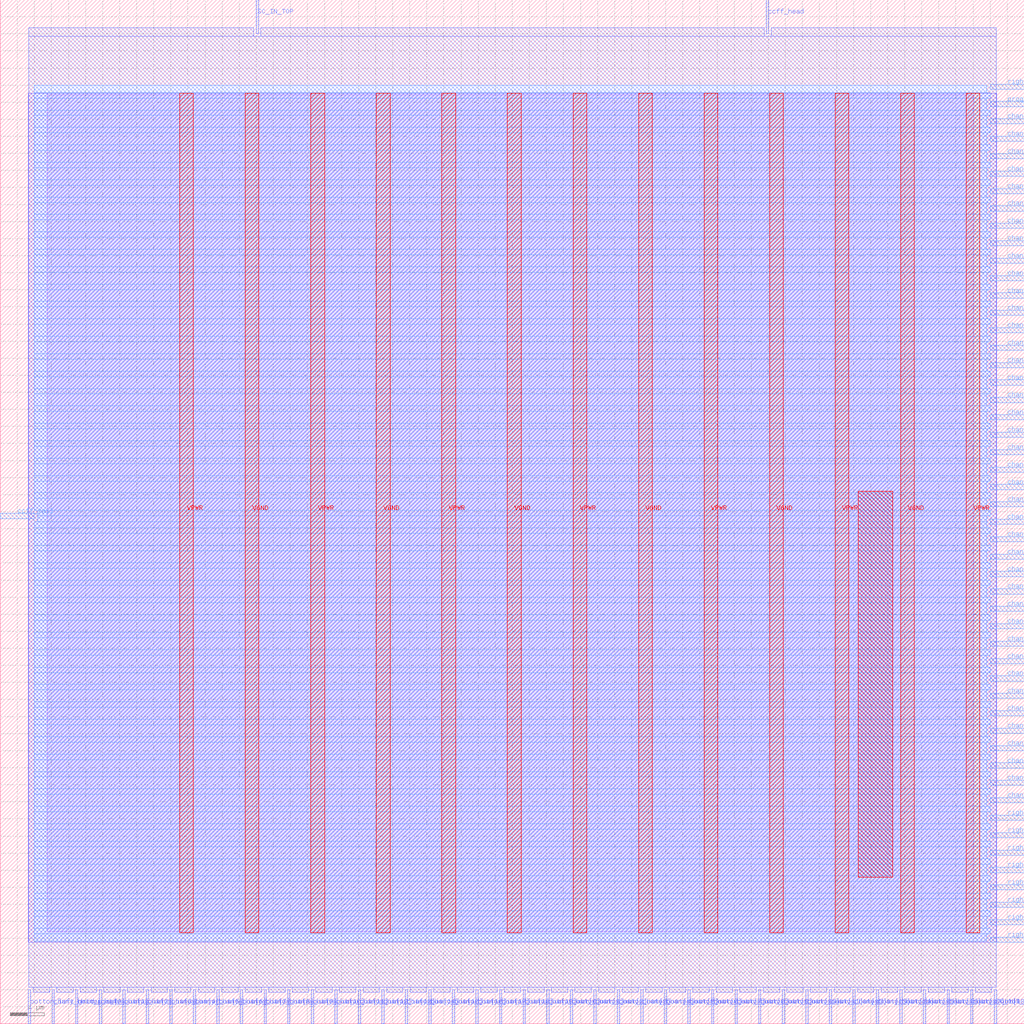
<source format=lef>
VERSION 5.7 ;
  NOWIREEXTENSIONATPIN ON ;
  DIVIDERCHAR "/" ;
  BUSBITCHARS "[]" ;
MACRO sb_0__2_
  CLASS BLOCK ;
  FOREIGN sb_0__2_ ;
  ORIGIN 0.000 0.000 ;
  SIZE 120.000 BY 120.000 ;
  PIN SC_IN_TOP
    DIRECTION INPUT ;
    USE SIGNAL ;
    PORT
      LAYER met2 ;
        RECT 29.990 116.000 30.270 120.000 ;
    END
  END SC_IN_TOP
  PIN SC_OUT_BOT
    DIRECTION OUTPUT TRISTATE ;
    USE SIGNAL ;
    PORT
      LAYER met2 ;
        RECT 116.470 0.000 116.750 4.000 ;
    END
  END SC_OUT_BOT
  PIN VGND
    DIRECTION INOUT ;
    USE GROUND ;
    PORT
      LAYER met4 ;
        RECT 28.720 10.640 30.320 109.040 ;
    END
    PORT
      LAYER met4 ;
        RECT 44.080 10.640 45.680 109.040 ;
    END
    PORT
      LAYER met4 ;
        RECT 59.440 10.640 61.040 109.040 ;
    END
    PORT
      LAYER met4 ;
        RECT 74.800 10.640 76.400 109.040 ;
    END
    PORT
      LAYER met4 ;
        RECT 90.160 10.640 91.760 109.040 ;
    END
    PORT
      LAYER met4 ;
        RECT 105.520 10.640 107.120 109.040 ;
    END
  END VGND
  PIN VPWR
    DIRECTION INOUT ;
    USE POWER ;
    PORT
      LAYER met4 ;
        RECT 21.040 10.640 22.640 109.040 ;
    END
    PORT
      LAYER met4 ;
        RECT 36.400 10.640 38.000 109.040 ;
    END
    PORT
      LAYER met4 ;
        RECT 51.760 10.640 53.360 109.040 ;
    END
    PORT
      LAYER met4 ;
        RECT 67.120 10.640 68.720 109.040 ;
    END
    PORT
      LAYER met4 ;
        RECT 82.480 10.640 84.080 109.040 ;
    END
    PORT
      LAYER met4 ;
        RECT 97.840 10.640 99.440 109.040 ;
    END
    PORT
      LAYER met4 ;
        RECT 113.200 10.640 114.800 109.040 ;
    END
  END VPWR
  PIN bottom_left_grid_pin_1_
    DIRECTION INPUT ;
    USE SIGNAL ;
    PORT
      LAYER met2 ;
        RECT 3.310 0.000 3.590 4.000 ;
    END
  END bottom_left_grid_pin_1_
  PIN ccff_head
    DIRECTION INPUT ;
    USE SIGNAL ;
    PORT
      LAYER met2 ;
        RECT 89.790 116.000 90.070 120.000 ;
    END
  END ccff_head
  PIN ccff_tail
    DIRECTION OUTPUT TRISTATE ;
    USE SIGNAL ;
    PORT
      LAYER met3 ;
        RECT 0.000 59.200 4.000 59.800 ;
    END
  END ccff_tail
  PIN chanx_right_in[0]
    DIRECTION INPUT ;
    USE SIGNAL ;
    PORT
      LAYER met3 ;
        RECT 116.000 25.880 120.000 26.480 ;
    END
  END chanx_right_in[0]
  PIN chanx_right_in[10]
    DIRECTION INPUT ;
    USE SIGNAL ;
    PORT
      LAYER met3 ;
        RECT 116.000 46.280 120.000 46.880 ;
    END
  END chanx_right_in[10]
  PIN chanx_right_in[11]
    DIRECTION INPUT ;
    USE SIGNAL ;
    PORT
      LAYER met3 ;
        RECT 116.000 48.320 120.000 48.920 ;
    END
  END chanx_right_in[11]
  PIN chanx_right_in[12]
    DIRECTION INPUT ;
    USE SIGNAL ;
    PORT
      LAYER met3 ;
        RECT 116.000 50.360 120.000 50.960 ;
    END
  END chanx_right_in[12]
  PIN chanx_right_in[13]
    DIRECTION INPUT ;
    USE SIGNAL ;
    PORT
      LAYER met3 ;
        RECT 116.000 52.400 120.000 53.000 ;
    END
  END chanx_right_in[13]
  PIN chanx_right_in[14]
    DIRECTION INPUT ;
    USE SIGNAL ;
    PORT
      LAYER met3 ;
        RECT 116.000 54.440 120.000 55.040 ;
    END
  END chanx_right_in[14]
  PIN chanx_right_in[15]
    DIRECTION INPUT ;
    USE SIGNAL ;
    PORT
      LAYER met3 ;
        RECT 116.000 56.480 120.000 57.080 ;
    END
  END chanx_right_in[15]
  PIN chanx_right_in[16]
    DIRECTION INPUT ;
    USE SIGNAL ;
    PORT
      LAYER met3 ;
        RECT 116.000 58.520 120.000 59.120 ;
    END
  END chanx_right_in[16]
  PIN chanx_right_in[17]
    DIRECTION INPUT ;
    USE SIGNAL ;
    PORT
      LAYER met3 ;
        RECT 116.000 60.560 120.000 61.160 ;
    END
  END chanx_right_in[17]
  PIN chanx_right_in[18]
    DIRECTION INPUT ;
    USE SIGNAL ;
    PORT
      LAYER met3 ;
        RECT 116.000 62.600 120.000 63.200 ;
    END
  END chanx_right_in[18]
  PIN chanx_right_in[19]
    DIRECTION INPUT ;
    USE SIGNAL ;
    PORT
      LAYER met3 ;
        RECT 116.000 64.640 120.000 65.240 ;
    END
  END chanx_right_in[19]
  PIN chanx_right_in[1]
    DIRECTION INPUT ;
    USE SIGNAL ;
    PORT
      LAYER met3 ;
        RECT 116.000 27.920 120.000 28.520 ;
    END
  END chanx_right_in[1]
  PIN chanx_right_in[2]
    DIRECTION INPUT ;
    USE SIGNAL ;
    PORT
      LAYER met3 ;
        RECT 116.000 29.960 120.000 30.560 ;
    END
  END chanx_right_in[2]
  PIN chanx_right_in[3]
    DIRECTION INPUT ;
    USE SIGNAL ;
    PORT
      LAYER met3 ;
        RECT 116.000 32.000 120.000 32.600 ;
    END
  END chanx_right_in[3]
  PIN chanx_right_in[4]
    DIRECTION INPUT ;
    USE SIGNAL ;
    PORT
      LAYER met3 ;
        RECT 116.000 34.040 120.000 34.640 ;
    END
  END chanx_right_in[4]
  PIN chanx_right_in[5]
    DIRECTION INPUT ;
    USE SIGNAL ;
    PORT
      LAYER met3 ;
        RECT 116.000 36.080 120.000 36.680 ;
    END
  END chanx_right_in[5]
  PIN chanx_right_in[6]
    DIRECTION INPUT ;
    USE SIGNAL ;
    PORT
      LAYER met3 ;
        RECT 116.000 38.120 120.000 38.720 ;
    END
  END chanx_right_in[6]
  PIN chanx_right_in[7]
    DIRECTION INPUT ;
    USE SIGNAL ;
    PORT
      LAYER met3 ;
        RECT 116.000 40.160 120.000 40.760 ;
    END
  END chanx_right_in[7]
  PIN chanx_right_in[8]
    DIRECTION INPUT ;
    USE SIGNAL ;
    PORT
      LAYER met3 ;
        RECT 116.000 42.200 120.000 42.800 ;
    END
  END chanx_right_in[8]
  PIN chanx_right_in[9]
    DIRECTION INPUT ;
    USE SIGNAL ;
    PORT
      LAYER met3 ;
        RECT 116.000 44.240 120.000 44.840 ;
    END
  END chanx_right_in[9]
  PIN chanx_right_out[0]
    DIRECTION OUTPUT TRISTATE ;
    USE SIGNAL ;
    PORT
      LAYER met3 ;
        RECT 116.000 66.680 120.000 67.280 ;
    END
  END chanx_right_out[0]
  PIN chanx_right_out[10]
    DIRECTION OUTPUT TRISTATE ;
    USE SIGNAL ;
    PORT
      LAYER met3 ;
        RECT 116.000 87.080 120.000 87.680 ;
    END
  END chanx_right_out[10]
  PIN chanx_right_out[11]
    DIRECTION OUTPUT TRISTATE ;
    USE SIGNAL ;
    PORT
      LAYER met3 ;
        RECT 116.000 89.120 120.000 89.720 ;
    END
  END chanx_right_out[11]
  PIN chanx_right_out[12]
    DIRECTION OUTPUT TRISTATE ;
    USE SIGNAL ;
    PORT
      LAYER met3 ;
        RECT 116.000 91.160 120.000 91.760 ;
    END
  END chanx_right_out[12]
  PIN chanx_right_out[13]
    DIRECTION OUTPUT TRISTATE ;
    USE SIGNAL ;
    PORT
      LAYER met3 ;
        RECT 116.000 93.200 120.000 93.800 ;
    END
  END chanx_right_out[13]
  PIN chanx_right_out[14]
    DIRECTION OUTPUT TRISTATE ;
    USE SIGNAL ;
    PORT
      LAYER met3 ;
        RECT 116.000 95.240 120.000 95.840 ;
    END
  END chanx_right_out[14]
  PIN chanx_right_out[15]
    DIRECTION OUTPUT TRISTATE ;
    USE SIGNAL ;
    PORT
      LAYER met3 ;
        RECT 116.000 97.280 120.000 97.880 ;
    END
  END chanx_right_out[15]
  PIN chanx_right_out[16]
    DIRECTION OUTPUT TRISTATE ;
    USE SIGNAL ;
    PORT
      LAYER met3 ;
        RECT 116.000 99.320 120.000 99.920 ;
    END
  END chanx_right_out[16]
  PIN chanx_right_out[17]
    DIRECTION OUTPUT TRISTATE ;
    USE SIGNAL ;
    PORT
      LAYER met3 ;
        RECT 116.000 101.360 120.000 101.960 ;
    END
  END chanx_right_out[17]
  PIN chanx_right_out[18]
    DIRECTION OUTPUT TRISTATE ;
    USE SIGNAL ;
    PORT
      LAYER met3 ;
        RECT 116.000 103.400 120.000 104.000 ;
    END
  END chanx_right_out[18]
  PIN chanx_right_out[19]
    DIRECTION OUTPUT TRISTATE ;
    USE SIGNAL ;
    PORT
      LAYER met3 ;
        RECT 116.000 105.440 120.000 106.040 ;
    END
  END chanx_right_out[19]
  PIN chanx_right_out[1]
    DIRECTION OUTPUT TRISTATE ;
    USE SIGNAL ;
    PORT
      LAYER met3 ;
        RECT 116.000 68.720 120.000 69.320 ;
    END
  END chanx_right_out[1]
  PIN chanx_right_out[2]
    DIRECTION OUTPUT TRISTATE ;
    USE SIGNAL ;
    PORT
      LAYER met3 ;
        RECT 116.000 70.760 120.000 71.360 ;
    END
  END chanx_right_out[2]
  PIN chanx_right_out[3]
    DIRECTION OUTPUT TRISTATE ;
    USE SIGNAL ;
    PORT
      LAYER met3 ;
        RECT 116.000 72.800 120.000 73.400 ;
    END
  END chanx_right_out[3]
  PIN chanx_right_out[4]
    DIRECTION OUTPUT TRISTATE ;
    USE SIGNAL ;
    PORT
      LAYER met3 ;
        RECT 116.000 74.840 120.000 75.440 ;
    END
  END chanx_right_out[4]
  PIN chanx_right_out[5]
    DIRECTION OUTPUT TRISTATE ;
    USE SIGNAL ;
    PORT
      LAYER met3 ;
        RECT 116.000 76.880 120.000 77.480 ;
    END
  END chanx_right_out[5]
  PIN chanx_right_out[6]
    DIRECTION OUTPUT TRISTATE ;
    USE SIGNAL ;
    PORT
      LAYER met3 ;
        RECT 116.000 78.920 120.000 79.520 ;
    END
  END chanx_right_out[6]
  PIN chanx_right_out[7]
    DIRECTION OUTPUT TRISTATE ;
    USE SIGNAL ;
    PORT
      LAYER met3 ;
        RECT 116.000 80.960 120.000 81.560 ;
    END
  END chanx_right_out[7]
  PIN chanx_right_out[8]
    DIRECTION OUTPUT TRISTATE ;
    USE SIGNAL ;
    PORT
      LAYER met3 ;
        RECT 116.000 83.000 120.000 83.600 ;
    END
  END chanx_right_out[8]
  PIN chanx_right_out[9]
    DIRECTION OUTPUT TRISTATE ;
    USE SIGNAL ;
    PORT
      LAYER met3 ;
        RECT 116.000 85.040 120.000 85.640 ;
    END
  END chanx_right_out[9]
  PIN chany_bottom_in[0]
    DIRECTION INPUT ;
    USE SIGNAL ;
    PORT
      LAYER met2 ;
        RECT 6.070 0.000 6.350 4.000 ;
    END
  END chany_bottom_in[0]
  PIN chany_bottom_in[10]
    DIRECTION INPUT ;
    USE SIGNAL ;
    PORT
      LAYER met2 ;
        RECT 33.670 0.000 33.950 4.000 ;
    END
  END chany_bottom_in[10]
  PIN chany_bottom_in[11]
    DIRECTION INPUT ;
    USE SIGNAL ;
    PORT
      LAYER met2 ;
        RECT 36.430 0.000 36.710 4.000 ;
    END
  END chany_bottom_in[11]
  PIN chany_bottom_in[12]
    DIRECTION INPUT ;
    USE SIGNAL ;
    PORT
      LAYER met2 ;
        RECT 39.190 0.000 39.470 4.000 ;
    END
  END chany_bottom_in[12]
  PIN chany_bottom_in[13]
    DIRECTION INPUT ;
    USE SIGNAL ;
    PORT
      LAYER met2 ;
        RECT 41.950 0.000 42.230 4.000 ;
    END
  END chany_bottom_in[13]
  PIN chany_bottom_in[14]
    DIRECTION INPUT ;
    USE SIGNAL ;
    PORT
      LAYER met2 ;
        RECT 44.710 0.000 44.990 4.000 ;
    END
  END chany_bottom_in[14]
  PIN chany_bottom_in[15]
    DIRECTION INPUT ;
    USE SIGNAL ;
    PORT
      LAYER met2 ;
        RECT 47.470 0.000 47.750 4.000 ;
    END
  END chany_bottom_in[15]
  PIN chany_bottom_in[16]
    DIRECTION INPUT ;
    USE SIGNAL ;
    PORT
      LAYER met2 ;
        RECT 50.230 0.000 50.510 4.000 ;
    END
  END chany_bottom_in[16]
  PIN chany_bottom_in[17]
    DIRECTION INPUT ;
    USE SIGNAL ;
    PORT
      LAYER met2 ;
        RECT 52.990 0.000 53.270 4.000 ;
    END
  END chany_bottom_in[17]
  PIN chany_bottom_in[18]
    DIRECTION INPUT ;
    USE SIGNAL ;
    PORT
      LAYER met2 ;
        RECT 55.750 0.000 56.030 4.000 ;
    END
  END chany_bottom_in[18]
  PIN chany_bottom_in[19]
    DIRECTION INPUT ;
    USE SIGNAL ;
    PORT
      LAYER met2 ;
        RECT 58.510 0.000 58.790 4.000 ;
    END
  END chany_bottom_in[19]
  PIN chany_bottom_in[1]
    DIRECTION INPUT ;
    USE SIGNAL ;
    PORT
      LAYER met2 ;
        RECT 8.830 0.000 9.110 4.000 ;
    END
  END chany_bottom_in[1]
  PIN chany_bottom_in[2]
    DIRECTION INPUT ;
    USE SIGNAL ;
    PORT
      LAYER met2 ;
        RECT 11.590 0.000 11.870 4.000 ;
    END
  END chany_bottom_in[2]
  PIN chany_bottom_in[3]
    DIRECTION INPUT ;
    USE SIGNAL ;
    PORT
      LAYER met2 ;
        RECT 14.350 0.000 14.630 4.000 ;
    END
  END chany_bottom_in[3]
  PIN chany_bottom_in[4]
    DIRECTION INPUT ;
    USE SIGNAL ;
    PORT
      LAYER met2 ;
        RECT 17.110 0.000 17.390 4.000 ;
    END
  END chany_bottom_in[4]
  PIN chany_bottom_in[5]
    DIRECTION INPUT ;
    USE SIGNAL ;
    PORT
      LAYER met2 ;
        RECT 19.870 0.000 20.150 4.000 ;
    END
  END chany_bottom_in[5]
  PIN chany_bottom_in[6]
    DIRECTION INPUT ;
    USE SIGNAL ;
    PORT
      LAYER met2 ;
        RECT 22.630 0.000 22.910 4.000 ;
    END
  END chany_bottom_in[6]
  PIN chany_bottom_in[7]
    DIRECTION INPUT ;
    USE SIGNAL ;
    PORT
      LAYER met2 ;
        RECT 25.390 0.000 25.670 4.000 ;
    END
  END chany_bottom_in[7]
  PIN chany_bottom_in[8]
    DIRECTION INPUT ;
    USE SIGNAL ;
    PORT
      LAYER met2 ;
        RECT 28.150 0.000 28.430 4.000 ;
    END
  END chany_bottom_in[8]
  PIN chany_bottom_in[9]
    DIRECTION INPUT ;
    USE SIGNAL ;
    PORT
      LAYER met2 ;
        RECT 30.910 0.000 31.190 4.000 ;
    END
  END chany_bottom_in[9]
  PIN chany_bottom_out[0]
    DIRECTION OUTPUT TRISTATE ;
    USE SIGNAL ;
    PORT
      LAYER met2 ;
        RECT 61.270 0.000 61.550 4.000 ;
    END
  END chany_bottom_out[0]
  PIN chany_bottom_out[10]
    DIRECTION OUTPUT TRISTATE ;
    USE SIGNAL ;
    PORT
      LAYER met2 ;
        RECT 88.870 0.000 89.150 4.000 ;
    END
  END chany_bottom_out[10]
  PIN chany_bottom_out[11]
    DIRECTION OUTPUT TRISTATE ;
    USE SIGNAL ;
    PORT
      LAYER met2 ;
        RECT 91.630 0.000 91.910 4.000 ;
    END
  END chany_bottom_out[11]
  PIN chany_bottom_out[12]
    DIRECTION OUTPUT TRISTATE ;
    USE SIGNAL ;
    PORT
      LAYER met2 ;
        RECT 94.390 0.000 94.670 4.000 ;
    END
  END chany_bottom_out[12]
  PIN chany_bottom_out[13]
    DIRECTION OUTPUT TRISTATE ;
    USE SIGNAL ;
    PORT
      LAYER met2 ;
        RECT 97.150 0.000 97.430 4.000 ;
    END
  END chany_bottom_out[13]
  PIN chany_bottom_out[14]
    DIRECTION OUTPUT TRISTATE ;
    USE SIGNAL ;
    PORT
      LAYER met2 ;
        RECT 99.910 0.000 100.190 4.000 ;
    END
  END chany_bottom_out[14]
  PIN chany_bottom_out[15]
    DIRECTION OUTPUT TRISTATE ;
    USE SIGNAL ;
    PORT
      LAYER met2 ;
        RECT 102.670 0.000 102.950 4.000 ;
    END
  END chany_bottom_out[15]
  PIN chany_bottom_out[16]
    DIRECTION OUTPUT TRISTATE ;
    USE SIGNAL ;
    PORT
      LAYER met2 ;
        RECT 105.430 0.000 105.710 4.000 ;
    END
  END chany_bottom_out[16]
  PIN chany_bottom_out[17]
    DIRECTION OUTPUT TRISTATE ;
    USE SIGNAL ;
    PORT
      LAYER met2 ;
        RECT 108.190 0.000 108.470 4.000 ;
    END
  END chany_bottom_out[17]
  PIN chany_bottom_out[18]
    DIRECTION OUTPUT TRISTATE ;
    USE SIGNAL ;
    PORT
      LAYER met2 ;
        RECT 110.950 0.000 111.230 4.000 ;
    END
  END chany_bottom_out[18]
  PIN chany_bottom_out[19]
    DIRECTION OUTPUT TRISTATE ;
    USE SIGNAL ;
    PORT
      LAYER met2 ;
        RECT 113.710 0.000 113.990 4.000 ;
    END
  END chany_bottom_out[19]
  PIN chany_bottom_out[1]
    DIRECTION OUTPUT TRISTATE ;
    USE SIGNAL ;
    PORT
      LAYER met2 ;
        RECT 64.030 0.000 64.310 4.000 ;
    END
  END chany_bottom_out[1]
  PIN chany_bottom_out[2]
    DIRECTION OUTPUT TRISTATE ;
    USE SIGNAL ;
    PORT
      LAYER met2 ;
        RECT 66.790 0.000 67.070 4.000 ;
    END
  END chany_bottom_out[2]
  PIN chany_bottom_out[3]
    DIRECTION OUTPUT TRISTATE ;
    USE SIGNAL ;
    PORT
      LAYER met2 ;
        RECT 69.550 0.000 69.830 4.000 ;
    END
  END chany_bottom_out[3]
  PIN chany_bottom_out[4]
    DIRECTION OUTPUT TRISTATE ;
    USE SIGNAL ;
    PORT
      LAYER met2 ;
        RECT 72.310 0.000 72.590 4.000 ;
    END
  END chany_bottom_out[4]
  PIN chany_bottom_out[5]
    DIRECTION OUTPUT TRISTATE ;
    USE SIGNAL ;
    PORT
      LAYER met2 ;
        RECT 75.070 0.000 75.350 4.000 ;
    END
  END chany_bottom_out[5]
  PIN chany_bottom_out[6]
    DIRECTION OUTPUT TRISTATE ;
    USE SIGNAL ;
    PORT
      LAYER met2 ;
        RECT 77.830 0.000 78.110 4.000 ;
    END
  END chany_bottom_out[6]
  PIN chany_bottom_out[7]
    DIRECTION OUTPUT TRISTATE ;
    USE SIGNAL ;
    PORT
      LAYER met2 ;
        RECT 80.590 0.000 80.870 4.000 ;
    END
  END chany_bottom_out[7]
  PIN chany_bottom_out[8]
    DIRECTION OUTPUT TRISTATE ;
    USE SIGNAL ;
    PORT
      LAYER met2 ;
        RECT 83.350 0.000 83.630 4.000 ;
    END
  END chany_bottom_out[8]
  PIN chany_bottom_out[9]
    DIRECTION OUTPUT TRISTATE ;
    USE SIGNAL ;
    PORT
      LAYER met2 ;
        RECT 86.110 0.000 86.390 4.000 ;
    END
  END chany_bottom_out[9]
  PIN prog_clk_0_E_in
    DIRECTION INPUT ;
    USE SIGNAL ;
    PORT
      LAYER met3 ;
        RECT 116.000 107.480 120.000 108.080 ;
    END
  END prog_clk_0_E_in
  PIN right_bottom_grid_pin_34_
    DIRECTION INPUT ;
    USE SIGNAL ;
    PORT
      LAYER met3 ;
        RECT 116.000 9.560 120.000 10.160 ;
    END
  END right_bottom_grid_pin_34_
  PIN right_bottom_grid_pin_35_
    DIRECTION INPUT ;
    USE SIGNAL ;
    PORT
      LAYER met3 ;
        RECT 116.000 11.600 120.000 12.200 ;
    END
  END right_bottom_grid_pin_35_
  PIN right_bottom_grid_pin_36_
    DIRECTION INPUT ;
    USE SIGNAL ;
    PORT
      LAYER met3 ;
        RECT 116.000 13.640 120.000 14.240 ;
    END
  END right_bottom_grid_pin_36_
  PIN right_bottom_grid_pin_37_
    DIRECTION INPUT ;
    USE SIGNAL ;
    PORT
      LAYER met3 ;
        RECT 116.000 15.680 120.000 16.280 ;
    END
  END right_bottom_grid_pin_37_
  PIN right_bottom_grid_pin_38_
    DIRECTION INPUT ;
    USE SIGNAL ;
    PORT
      LAYER met3 ;
        RECT 116.000 17.720 120.000 18.320 ;
    END
  END right_bottom_grid_pin_38_
  PIN right_bottom_grid_pin_39_
    DIRECTION INPUT ;
    USE SIGNAL ;
    PORT
      LAYER met3 ;
        RECT 116.000 19.760 120.000 20.360 ;
    END
  END right_bottom_grid_pin_39_
  PIN right_bottom_grid_pin_40_
    DIRECTION INPUT ;
    USE SIGNAL ;
    PORT
      LAYER met3 ;
        RECT 116.000 21.800 120.000 22.400 ;
    END
  END right_bottom_grid_pin_40_
  PIN right_bottom_grid_pin_41_
    DIRECTION INPUT ;
    USE SIGNAL ;
    PORT
      LAYER met3 ;
        RECT 116.000 23.840 120.000 24.440 ;
    END
  END right_bottom_grid_pin_41_
  PIN right_top_grid_pin_1_
    DIRECTION INPUT ;
    USE SIGNAL ;
    PORT
      LAYER met3 ;
        RECT 116.000 109.520 120.000 110.120 ;
    END
  END right_top_grid_pin_1_
  OBS
      LAYER li1 ;
        RECT 5.520 10.795 114.080 108.885 ;
      LAYER met1 ;
        RECT 3.290 9.560 116.770 109.040 ;
      LAYER met2 ;
        RECT 3.320 115.720 29.710 116.690 ;
        RECT 30.550 115.720 89.510 116.690 ;
        RECT 90.350 115.720 116.740 116.690 ;
        RECT 3.320 4.280 116.740 115.720 ;
        RECT 3.870 3.670 5.790 4.280 ;
        RECT 6.630 3.670 8.550 4.280 ;
        RECT 9.390 3.670 11.310 4.280 ;
        RECT 12.150 3.670 14.070 4.280 ;
        RECT 14.910 3.670 16.830 4.280 ;
        RECT 17.670 3.670 19.590 4.280 ;
        RECT 20.430 3.670 22.350 4.280 ;
        RECT 23.190 3.670 25.110 4.280 ;
        RECT 25.950 3.670 27.870 4.280 ;
        RECT 28.710 3.670 30.630 4.280 ;
        RECT 31.470 3.670 33.390 4.280 ;
        RECT 34.230 3.670 36.150 4.280 ;
        RECT 36.990 3.670 38.910 4.280 ;
        RECT 39.750 3.670 41.670 4.280 ;
        RECT 42.510 3.670 44.430 4.280 ;
        RECT 45.270 3.670 47.190 4.280 ;
        RECT 48.030 3.670 49.950 4.280 ;
        RECT 50.790 3.670 52.710 4.280 ;
        RECT 53.550 3.670 55.470 4.280 ;
        RECT 56.310 3.670 58.230 4.280 ;
        RECT 59.070 3.670 60.990 4.280 ;
        RECT 61.830 3.670 63.750 4.280 ;
        RECT 64.590 3.670 66.510 4.280 ;
        RECT 67.350 3.670 69.270 4.280 ;
        RECT 70.110 3.670 72.030 4.280 ;
        RECT 72.870 3.670 74.790 4.280 ;
        RECT 75.630 3.670 77.550 4.280 ;
        RECT 78.390 3.670 80.310 4.280 ;
        RECT 81.150 3.670 83.070 4.280 ;
        RECT 83.910 3.670 85.830 4.280 ;
        RECT 86.670 3.670 88.590 4.280 ;
        RECT 89.430 3.670 91.350 4.280 ;
        RECT 92.190 3.670 94.110 4.280 ;
        RECT 94.950 3.670 96.870 4.280 ;
        RECT 97.710 3.670 99.630 4.280 ;
        RECT 100.470 3.670 102.390 4.280 ;
        RECT 103.230 3.670 105.150 4.280 ;
        RECT 105.990 3.670 107.910 4.280 ;
        RECT 108.750 3.670 110.670 4.280 ;
        RECT 111.510 3.670 113.430 4.280 ;
        RECT 114.270 3.670 116.190 4.280 ;
      LAYER met3 ;
        RECT 4.000 109.120 115.600 109.985 ;
        RECT 4.000 108.480 116.000 109.120 ;
        RECT 4.000 107.080 115.600 108.480 ;
        RECT 4.000 106.440 116.000 107.080 ;
        RECT 4.000 105.040 115.600 106.440 ;
        RECT 4.000 104.400 116.000 105.040 ;
        RECT 4.000 103.000 115.600 104.400 ;
        RECT 4.000 102.360 116.000 103.000 ;
        RECT 4.000 100.960 115.600 102.360 ;
        RECT 4.000 100.320 116.000 100.960 ;
        RECT 4.000 98.920 115.600 100.320 ;
        RECT 4.000 98.280 116.000 98.920 ;
        RECT 4.000 96.880 115.600 98.280 ;
        RECT 4.000 96.240 116.000 96.880 ;
        RECT 4.000 94.840 115.600 96.240 ;
        RECT 4.000 94.200 116.000 94.840 ;
        RECT 4.000 92.800 115.600 94.200 ;
        RECT 4.000 92.160 116.000 92.800 ;
        RECT 4.000 90.760 115.600 92.160 ;
        RECT 4.000 90.120 116.000 90.760 ;
        RECT 4.000 88.720 115.600 90.120 ;
        RECT 4.000 88.080 116.000 88.720 ;
        RECT 4.000 86.680 115.600 88.080 ;
        RECT 4.000 86.040 116.000 86.680 ;
        RECT 4.000 84.640 115.600 86.040 ;
        RECT 4.000 84.000 116.000 84.640 ;
        RECT 4.000 82.600 115.600 84.000 ;
        RECT 4.000 81.960 116.000 82.600 ;
        RECT 4.000 80.560 115.600 81.960 ;
        RECT 4.000 79.920 116.000 80.560 ;
        RECT 4.000 78.520 115.600 79.920 ;
        RECT 4.000 77.880 116.000 78.520 ;
        RECT 4.000 76.480 115.600 77.880 ;
        RECT 4.000 75.840 116.000 76.480 ;
        RECT 4.000 74.440 115.600 75.840 ;
        RECT 4.000 73.800 116.000 74.440 ;
        RECT 4.000 72.400 115.600 73.800 ;
        RECT 4.000 71.760 116.000 72.400 ;
        RECT 4.000 70.360 115.600 71.760 ;
        RECT 4.000 69.720 116.000 70.360 ;
        RECT 4.000 68.320 115.600 69.720 ;
        RECT 4.000 67.680 116.000 68.320 ;
        RECT 4.000 66.280 115.600 67.680 ;
        RECT 4.000 65.640 116.000 66.280 ;
        RECT 4.000 64.240 115.600 65.640 ;
        RECT 4.000 63.600 116.000 64.240 ;
        RECT 4.000 62.200 115.600 63.600 ;
        RECT 4.000 61.560 116.000 62.200 ;
        RECT 4.000 60.200 115.600 61.560 ;
        RECT 4.400 60.160 115.600 60.200 ;
        RECT 4.400 59.520 116.000 60.160 ;
        RECT 4.400 58.800 115.600 59.520 ;
        RECT 4.000 58.120 115.600 58.800 ;
        RECT 4.000 57.480 116.000 58.120 ;
        RECT 4.000 56.080 115.600 57.480 ;
        RECT 4.000 55.440 116.000 56.080 ;
        RECT 4.000 54.040 115.600 55.440 ;
        RECT 4.000 53.400 116.000 54.040 ;
        RECT 4.000 52.000 115.600 53.400 ;
        RECT 4.000 51.360 116.000 52.000 ;
        RECT 4.000 49.960 115.600 51.360 ;
        RECT 4.000 49.320 116.000 49.960 ;
        RECT 4.000 47.920 115.600 49.320 ;
        RECT 4.000 47.280 116.000 47.920 ;
        RECT 4.000 45.880 115.600 47.280 ;
        RECT 4.000 45.240 116.000 45.880 ;
        RECT 4.000 43.840 115.600 45.240 ;
        RECT 4.000 43.200 116.000 43.840 ;
        RECT 4.000 41.800 115.600 43.200 ;
        RECT 4.000 41.160 116.000 41.800 ;
        RECT 4.000 39.760 115.600 41.160 ;
        RECT 4.000 39.120 116.000 39.760 ;
        RECT 4.000 37.720 115.600 39.120 ;
        RECT 4.000 37.080 116.000 37.720 ;
        RECT 4.000 35.680 115.600 37.080 ;
        RECT 4.000 35.040 116.000 35.680 ;
        RECT 4.000 33.640 115.600 35.040 ;
        RECT 4.000 33.000 116.000 33.640 ;
        RECT 4.000 31.600 115.600 33.000 ;
        RECT 4.000 30.960 116.000 31.600 ;
        RECT 4.000 29.560 115.600 30.960 ;
        RECT 4.000 28.920 116.000 29.560 ;
        RECT 4.000 27.520 115.600 28.920 ;
        RECT 4.000 26.880 116.000 27.520 ;
        RECT 4.000 25.480 115.600 26.880 ;
        RECT 4.000 24.840 116.000 25.480 ;
        RECT 4.000 23.440 115.600 24.840 ;
        RECT 4.000 22.800 116.000 23.440 ;
        RECT 4.000 21.400 115.600 22.800 ;
        RECT 4.000 20.760 116.000 21.400 ;
        RECT 4.000 19.360 115.600 20.760 ;
        RECT 4.000 18.720 116.000 19.360 ;
        RECT 4.000 17.320 115.600 18.720 ;
        RECT 4.000 16.680 116.000 17.320 ;
        RECT 4.000 15.280 115.600 16.680 ;
        RECT 4.000 14.640 116.000 15.280 ;
        RECT 4.000 13.240 115.600 14.640 ;
        RECT 4.000 12.600 116.000 13.240 ;
        RECT 4.000 11.200 115.600 12.600 ;
        RECT 4.000 10.560 116.000 11.200 ;
        RECT 4.000 9.695 115.600 10.560 ;
      LAYER met4 ;
        RECT 100.575 17.175 104.585 62.385 ;
  END
END sb_0__2_
END LIBRARY


</source>
